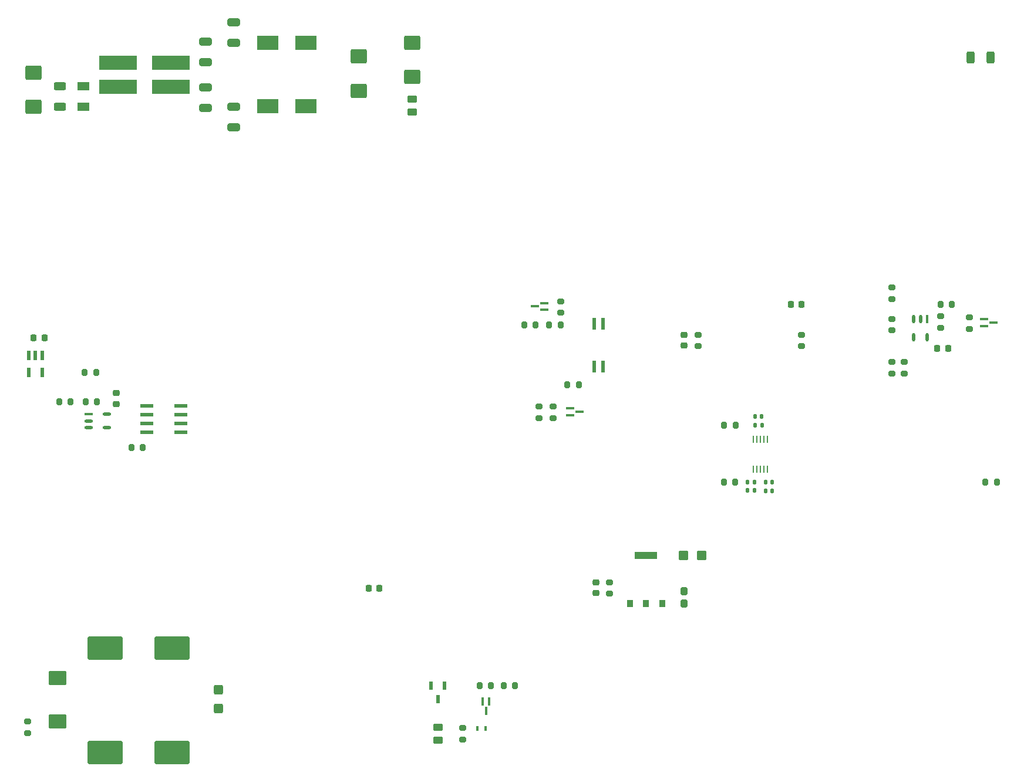
<source format=gbr>
%TF.GenerationSoftware,KiCad,Pcbnew,9.0.3*%
%TF.CreationDate,2025-09-16T14:49:37-04:00*%
%TF.ProjectId,9_TOF_PDU,395f544f-465f-4504-9455-2e6b69636164,rev?*%
%TF.SameCoordinates,Original*%
%TF.FileFunction,Paste,Top*%
%TF.FilePolarity,Positive*%
%FSLAX46Y46*%
G04 Gerber Fmt 4.6, Leading zero omitted, Abs format (unit mm)*
G04 Created by KiCad (PCBNEW 9.0.3) date 2025-09-16 14:49:37*
%MOMM*%
%LPD*%
G01*
G04 APERTURE LIST*
G04 Aperture macros list*
%AMRoundRect*
0 Rectangle with rounded corners*
0 $1 Rounding radius*
0 $2 $3 $4 $5 $6 $7 $8 $9 X,Y pos of 4 corners*
0 Add a 4 corners polygon primitive as box body*
4,1,4,$2,$3,$4,$5,$6,$7,$8,$9,$2,$3,0*
0 Add four circle primitives for the rounded corners*
1,1,$1+$1,$2,$3*
1,1,$1+$1,$4,$5*
1,1,$1+$1,$6,$7*
1,1,$1+$1,$8,$9*
0 Add four rect primitives between the rounded corners*
20,1,$1+$1,$2,$3,$4,$5,0*
20,1,$1+$1,$4,$5,$6,$7,0*
20,1,$1+$1,$6,$7,$8,$9,0*
20,1,$1+$1,$8,$9,$2,$3,0*%
G04 Aperture macros list end*
%ADD10RoundRect,0.225000X0.225000X0.250000X-0.225000X0.250000X-0.225000X-0.250000X0.225000X-0.250000X0*%
%ADD11RoundRect,0.200000X-0.200000X-0.275000X0.200000X-0.275000X0.200000X0.275000X-0.200000X0.275000X0*%
%ADD12RoundRect,0.225000X0.250000X-0.225000X0.250000X0.225000X-0.250000X0.225000X-0.250000X-0.225000X0*%
%ADD13RoundRect,0.250000X-0.450000X0.262500X-0.450000X-0.262500X0.450000X-0.262500X0.450000X0.262500X0*%
%ADD14RoundRect,0.200000X0.200000X0.275000X-0.200000X0.275000X-0.200000X-0.275000X0.200000X-0.275000X0*%
%ADD15RoundRect,0.250000X0.650000X-0.325000X0.650000X0.325000X-0.650000X0.325000X-0.650000X-0.325000X0*%
%ADD16RoundRect,0.200000X0.275000X-0.200000X0.275000X0.200000X-0.275000X0.200000X-0.275000X-0.200000X0*%
%ADD17RoundRect,0.140000X-0.140000X-0.170000X0.140000X-0.170000X0.140000X0.170000X-0.140000X0.170000X0*%
%ADD18R,1.161200X0.350800*%
%ADD19R,1.981200X0.558800*%
%ADD20RoundRect,0.250000X-0.450000X-0.425000X0.450000X-0.425000X0.450000X0.425000X-0.450000X0.425000X0*%
%ADD21RoundRect,0.250000X0.275000X-0.312500X0.275000X0.312500X-0.275000X0.312500X-0.275000X-0.312500X0*%
%ADD22R,0.558800X1.473200*%
%ADD23RoundRect,0.250000X0.425000X-0.450000X0.425000X0.450000X-0.425000X0.450000X-0.425000X-0.450000X0*%
%ADD24RoundRect,0.250000X0.450000X-0.262500X0.450000X0.262500X-0.450000X0.262500X-0.450000X-0.262500X0*%
%ADD25RoundRect,0.135000X-0.135000X-0.185000X0.135000X-0.185000X0.135000X0.185000X-0.135000X0.185000X0*%
%ADD26R,1.219200X0.457200*%
%ADD27O,1.219200X0.457200*%
%ADD28RoundRect,0.170000X2.330000X-1.530000X2.330000X1.530000X-2.330000X1.530000X-2.330000X-1.530000X0*%
%ADD29RoundRect,0.073750X-0.221250X0.556250X-0.221250X-0.556250X0.221250X-0.556250X0.221250X0.556250X0*%
%ADD30RoundRect,0.140000X0.140000X0.170000X-0.140000X0.170000X-0.140000X-0.170000X0.140000X-0.170000X0*%
%ADD31RoundRect,0.250000X-0.625000X0.312500X-0.625000X-0.312500X0.625000X-0.312500X0.625000X0.312500X0*%
%ADD32RoundRect,0.250000X0.312500X0.625000X-0.312500X0.625000X-0.312500X-0.625000X0.312500X-0.625000X0*%
%ADD33RoundRect,0.250000X-0.925000X0.787500X-0.925000X-0.787500X0.925000X-0.787500X0.925000X0.787500X0*%
%ADD34RoundRect,0.250000X-0.650000X0.325000X-0.650000X-0.325000X0.650000X-0.325000X0.650000X0.325000X0*%
%ADD35RoundRect,0.200000X-0.275000X0.200000X-0.275000X-0.200000X0.275000X-0.200000X0.275000X0.200000X0*%
%ADD36RoundRect,0.020000X-2.680000X0.980000X-2.680000X-0.980000X2.680000X-0.980000X2.680000X0.980000X0*%
%ADD37R,5.400000X2.000000*%
%ADD38RoundRect,0.020000X-1.480000X0.980000X-1.480000X-0.980000X1.480000X-0.980000X1.480000X0.980000X0*%
%ADD39R,0.889000X1.016000*%
%ADD40R,3.200000X1.000000*%
%ADD41R,0.228600X1.117600*%
%ADD42RoundRect,0.250000X1.025000X-0.787500X1.025000X0.787500X-1.025000X0.787500X-1.025000X-0.787500X0*%
%ADD43R,0.558800X1.651000*%
%ADD44RoundRect,0.225000X-0.250000X0.225000X-0.250000X-0.225000X0.250000X-0.225000X0.250000X0.225000X0*%
%ADD45R,1.800000X1.170000*%
%ADD46R,0.350800X1.161200*%
%ADD47R,0.444500X0.711200*%
%ADD48R,0.457200X1.219200*%
%ADD49O,0.457200X1.219200*%
%ADD50RoundRect,0.250000X0.925000X-0.787500X0.925000X0.787500X-0.925000X0.787500X-0.925000X-0.787500X0*%
G04 APERTURE END LIST*
D10*
%TO.C,C33*%
X264913000Y-135753500D03*
X263363000Y-135753500D03*
%TD*%
D11*
%TO.C,R7*%
X207413000Y-132418500D03*
X209063000Y-132418500D03*
%TD*%
D12*
%TO.C,C34*%
X226822000Y-135395000D03*
X226822000Y-133845000D03*
%TD*%
D13*
%TO.C,R6*%
X187638000Y-99793500D03*
X187638000Y-101618500D03*
%TD*%
D14*
%TO.C,R32*%
X265473001Y-129453500D03*
X263823001Y-129453500D03*
%TD*%
D15*
%TO.C,CY2*%
X157848000Y-94443500D03*
X157848000Y-91493500D03*
%TD*%
D16*
%TO.C,R35*%
X228854000Y-135445000D03*
X228854000Y-133795000D03*
%TD*%
D17*
%TO.C,C32*%
X237093100Y-145598500D03*
X238053100Y-145598500D03*
%TD*%
D18*
%TO.C,M4*%
X270113000Y-131588501D03*
X270113000Y-132588499D03*
X271463000Y-132088500D03*
%TD*%
D10*
%TO.C,C17*%
X182913000Y-170418500D03*
X181363000Y-170418500D03*
%TD*%
D19*
%TO.C,U4*%
X149354200Y-144063500D03*
X149354200Y-145333500D03*
X149354200Y-146603500D03*
X149354200Y-147873500D03*
X154281800Y-147873500D03*
X154281800Y-146603500D03*
X154281800Y-145333500D03*
X154281800Y-144063500D03*
%TD*%
D20*
%TO.C,C25*%
X226729000Y-165658500D03*
X229429000Y-165658500D03*
%TD*%
D21*
%TO.C,C22*%
X226878000Y-172636000D03*
X226878000Y-170861000D03*
%TD*%
D22*
%TO.C,U6*%
X134288001Y-136824700D03*
X133338000Y-136824700D03*
X132387999Y-136824700D03*
X132387999Y-139212300D03*
X134288001Y-139212300D03*
%TD*%
D23*
%TO.C,C13*%
X159708000Y-187723500D03*
X159708000Y-185023500D03*
%TD*%
D17*
%TO.C,C28*%
X236013100Y-156288500D03*
X236973100Y-156288500D03*
%TD*%
D24*
%TO.C,R14*%
X191338000Y-192331000D03*
X191338000Y-190506000D03*
%TD*%
D25*
%TO.C,R26*%
X237083100Y-146838500D03*
X238103100Y-146838500D03*
%TD*%
D26*
%TO.C,U3*%
X140968000Y-145298498D03*
D27*
X140968000Y-146248499D03*
X140968000Y-147198500D03*
X143588000Y-147198500D03*
X143588000Y-145298498D03*
%TD*%
D28*
%TO.C,L4*%
X143408000Y-194124500D03*
X153008000Y-194124500D03*
%TD*%
D11*
%TO.C,R20*%
X140413000Y-139218500D03*
X142063000Y-139218500D03*
%TD*%
D29*
%TO.C,D1*%
X192288000Y-184438500D03*
X190388000Y-184438500D03*
X191338000Y-186398500D03*
%TD*%
D30*
%TO.C,C31*%
X239583100Y-155058500D03*
X238623100Y-155058500D03*
%TD*%
D11*
%TO.C,R11*%
X197360000Y-184430000D03*
X199010000Y-184430000D03*
%TD*%
D14*
%TO.C,R17*%
X138403000Y-143468499D03*
X136753000Y-143468499D03*
%TD*%
D31*
%TO.C,R2*%
X136838000Y-97956000D03*
X136838000Y-100881000D03*
%TD*%
D16*
%TO.C,R30*%
X256808000Y-133158500D03*
X256808000Y-131508500D03*
%TD*%
D32*
%TO.C,R19*%
X271055500Y-93818500D03*
X268130500Y-93818500D03*
%TD*%
D33*
%TO.C,C3*%
X187645500Y-91688500D03*
X187645500Y-96613500D03*
%TD*%
D14*
%TO.C,R10*%
X202510000Y-184430000D03*
X200860000Y-184430000D03*
%TD*%
D25*
%TO.C,R24*%
X235983100Y-155088500D03*
X237003100Y-155088500D03*
%TD*%
D16*
%TO.C,F2*%
X132208000Y-191298500D03*
X132208000Y-189648500D03*
%TD*%
D34*
%TO.C,CY3*%
X161912000Y-100891500D03*
X161912000Y-103841500D03*
%TD*%
D35*
%TO.C,R4*%
X207938000Y-144193499D03*
X207938000Y-145843499D03*
%TD*%
D16*
%TO.C,R21*%
X258620000Y-139395000D03*
X258620000Y-137745000D03*
%TD*%
D14*
%TO.C,R16*%
X148803000Y-150048500D03*
X147153000Y-150048500D03*
%TD*%
D36*
%TO.C,L1*%
X152828000Y-98020500D03*
X152828000Y-94520500D03*
X145208000Y-94520500D03*
D37*
X145208000Y-98020500D03*
%TD*%
D11*
%TO.C,R5*%
X210013000Y-141018500D03*
X211663000Y-141018500D03*
%TD*%
D38*
%TO.C,L3*%
X166826000Y-100842500D03*
X172326000Y-100842500D03*
%TD*%
D33*
%TO.C,C2*%
X179946000Y-93657500D03*
X179946000Y-98582500D03*
%TD*%
D35*
%TO.C,R12*%
X194938000Y-190593500D03*
X194938000Y-192243500D03*
%TD*%
D10*
%TO.C,C24*%
X134613000Y-134218500D03*
X133063000Y-134218500D03*
%TD*%
D15*
%TO.C,CY1*%
X161912000Y-91649500D03*
X161912000Y-88699500D03*
%TD*%
D39*
%TO.C,U5*%
X219066600Y-172641000D03*
X221378000Y-172641000D03*
X223689400Y-172641000D03*
D40*
X221378000Y-165648500D03*
%TD*%
D10*
%TO.C,C8*%
X243813000Y-129418500D03*
X242263000Y-129418500D03*
%TD*%
D16*
%TO.C,R18*%
X216078000Y-171173500D03*
X216078000Y-169523500D03*
%TD*%
D14*
%TO.C,R34*%
X271975000Y-155119799D03*
X270325000Y-155119799D03*
%TD*%
D35*
%TO.C,R33*%
X267978000Y-131333500D03*
X267978000Y-132983500D03*
%TD*%
D41*
%TO.C,U8*%
X236837999Y-153179400D03*
X237338001Y-153179400D03*
X237838000Y-153179400D03*
X238337999Y-153179400D03*
X238838001Y-153179400D03*
X238838001Y-148937600D03*
X238337999Y-148937600D03*
X237838000Y-148937600D03*
X237338001Y-148937600D03*
X236837999Y-148937600D03*
%TD*%
D12*
%TO.C,C23*%
X214178000Y-171123500D03*
X214178000Y-169573500D03*
%TD*%
D38*
%TO.C,L2*%
X166826000Y-91698500D03*
X172326000Y-91698500D03*
%TD*%
D35*
%TO.C,R22*%
X256800000Y-137755000D03*
X256800000Y-139405000D03*
%TD*%
D16*
%TO.C,R9*%
X209038000Y-130643500D03*
X209038000Y-128993500D03*
%TD*%
D11*
%TO.C,R27*%
X232608100Y-155088500D03*
X234258100Y-155088500D03*
%TD*%
D42*
%TO.C,C12*%
X136508000Y-189586000D03*
X136508000Y-183361000D03*
%TD*%
D11*
%TO.C,R28*%
X232628100Y-146838500D03*
X234278100Y-146838500D03*
%TD*%
D28*
%TO.C,L5*%
X143408000Y-179024500D03*
X153008000Y-179024500D03*
%TD*%
D43*
%TO.C,Q1*%
X213903000Y-138442700D03*
X215173000Y-138442700D03*
X215173000Y-132194300D03*
X213903000Y-132194300D03*
%TD*%
D44*
%TO.C,C21*%
X144978000Y-142233500D03*
X144978000Y-143783500D03*
%TD*%
D18*
%TO.C,M1*%
X210438000Y-144418500D03*
X210438000Y-145418498D03*
X211788000Y-144918499D03*
%TD*%
D14*
%TO.C,R8*%
X205463000Y-132418500D03*
X203813000Y-132418500D03*
%TD*%
D18*
%TO.C,M2*%
X206713000Y-130218499D03*
X206713000Y-129218501D03*
X205363000Y-129718500D03*
%TD*%
D45*
%TO.C,F1*%
X140238000Y-100888500D03*
X140238000Y-97948500D03*
%TD*%
D46*
%TO.C,M3*%
X198784999Y-186755000D03*
X197785001Y-186755000D03*
X198285000Y-188105000D03*
%TD*%
D47*
%TO.C,LED1*%
X198266650Y-190618500D03*
X197009350Y-190618500D03*
%TD*%
D34*
%TO.C,CY4*%
X157848000Y-98097500D03*
X157848000Y-101047500D03*
%TD*%
D16*
%TO.C,R1*%
X243780000Y-135445000D03*
X243780000Y-133795000D03*
%TD*%
D30*
%TO.C,C30*%
X239583100Y-156358500D03*
X238623100Y-156358500D03*
%TD*%
D14*
%TO.C,R15*%
X142223000Y-143468499D03*
X140573000Y-143468499D03*
%TD*%
D16*
%TO.C,R29*%
X256788000Y-128658500D03*
X256788000Y-127008500D03*
%TD*%
D48*
%TO.C,U9*%
X261888001Y-131513500D03*
D49*
X260938000Y-131513500D03*
X259987999Y-131513500D03*
X259987999Y-134133500D03*
X261888001Y-134133500D03*
%TD*%
D50*
%TO.C,C1*%
X133028000Y-100881000D03*
X133028000Y-95956000D03*
%TD*%
D35*
%TO.C,R31*%
X263828000Y-131138500D03*
X263828000Y-132788500D03*
%TD*%
D16*
%TO.C,R3*%
X205938000Y-145843499D03*
X205938000Y-144193499D03*
%TD*%
M02*

</source>
